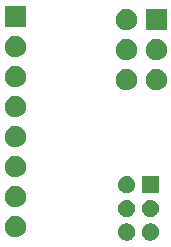
<source format=gbr>
G04 #@! TF.GenerationSoftware,KiCad,Pcbnew,(5.1.5-0-10_14)*
G04 #@! TF.CreationDate,2020-05-14T21:48:16+01:00*
G04 #@! TF.ProjectId,SnapICSP,536e6170-4943-4535-902e-6b696361645f,rev?*
G04 #@! TF.SameCoordinates,Original*
G04 #@! TF.FileFunction,Soldermask,Top*
G04 #@! TF.FilePolarity,Negative*
%FSLAX46Y46*%
G04 Gerber Fmt 4.6, Leading zero omitted, Abs format (unit mm)*
G04 Created by KiCad (PCBNEW (5.1.5-0-10_14)) date 2020-05-14 21:48:16*
%MOMM*%
%LPD*%
G04 APERTURE LIST*
%ADD10C,0.100000*%
G04 APERTURE END LIST*
D10*
G36*
X100541766Y36830101D02*
G01*
X100673888Y36775374D01*
X100673890Y36775373D01*
X100792798Y36695921D01*
X100893921Y36594798D01*
X100893922Y36594796D01*
X100973374Y36475888D01*
X101028101Y36343766D01*
X101056000Y36203506D01*
X101056000Y36060494D01*
X101028101Y35920234D01*
X101009839Y35876147D01*
X100973373Y35788110D01*
X100893921Y35669202D01*
X100792798Y35568079D01*
X100673890Y35488627D01*
X100673889Y35488626D01*
X100673888Y35488626D01*
X100541766Y35433899D01*
X100401506Y35406000D01*
X100258494Y35406000D01*
X100118234Y35433899D01*
X99986112Y35488626D01*
X99986111Y35488626D01*
X99986110Y35488627D01*
X99867202Y35568079D01*
X99766079Y35669202D01*
X99686627Y35788110D01*
X99650161Y35876147D01*
X99631899Y35920234D01*
X99604000Y36060494D01*
X99604000Y36203506D01*
X99631899Y36343766D01*
X99686626Y36475888D01*
X99766078Y36594796D01*
X99766079Y36594798D01*
X99867202Y36695921D01*
X99986110Y36775373D01*
X99986112Y36775374D01*
X100118234Y36830101D01*
X100258494Y36858000D01*
X100401506Y36858000D01*
X100541766Y36830101D01*
G37*
G36*
X98541766Y36830101D02*
G01*
X98673888Y36775374D01*
X98673890Y36775373D01*
X98792798Y36695921D01*
X98893921Y36594798D01*
X98893922Y36594796D01*
X98973374Y36475888D01*
X99028101Y36343766D01*
X99056000Y36203506D01*
X99056000Y36060494D01*
X99028101Y35920234D01*
X99009839Y35876147D01*
X98973373Y35788110D01*
X98893921Y35669202D01*
X98792798Y35568079D01*
X98673890Y35488627D01*
X98673889Y35488626D01*
X98673888Y35488626D01*
X98541766Y35433899D01*
X98401506Y35406000D01*
X98258494Y35406000D01*
X98118234Y35433899D01*
X97986112Y35488626D01*
X97986111Y35488626D01*
X97986110Y35488627D01*
X97867202Y35568079D01*
X97766079Y35669202D01*
X97686627Y35788110D01*
X97650161Y35876147D01*
X97631899Y35920234D01*
X97604000Y36060494D01*
X97604000Y36203506D01*
X97631899Y36343766D01*
X97686626Y36475888D01*
X97766078Y36594796D01*
X97766079Y36594798D01*
X97867202Y36695921D01*
X97986110Y36775373D01*
X97986112Y36775374D01*
X98118234Y36830101D01*
X98258494Y36858000D01*
X98401506Y36858000D01*
X98541766Y36830101D01*
G37*
G36*
X89013512Y37472073D02*
G01*
X89162812Y37442376D01*
X89326784Y37374456D01*
X89474354Y37275853D01*
X89599853Y37150354D01*
X89698456Y37002784D01*
X89766376Y36838812D01*
X89801000Y36664741D01*
X89801000Y36487259D01*
X89766376Y36313188D01*
X89698456Y36149216D01*
X89599853Y36001646D01*
X89474354Y35876147D01*
X89326784Y35777544D01*
X89162812Y35709624D01*
X89013512Y35679927D01*
X88988742Y35675000D01*
X88811258Y35675000D01*
X88786488Y35679927D01*
X88637188Y35709624D01*
X88473216Y35777544D01*
X88325646Y35876147D01*
X88200147Y36001646D01*
X88101544Y36149216D01*
X88033624Y36313188D01*
X87999000Y36487259D01*
X87999000Y36664741D01*
X88033624Y36838812D01*
X88101544Y37002784D01*
X88200147Y37150354D01*
X88325646Y37275853D01*
X88473216Y37374456D01*
X88637188Y37442376D01*
X88786488Y37472073D01*
X88811258Y37477000D01*
X88988742Y37477000D01*
X89013512Y37472073D01*
G37*
G36*
X100541766Y38830101D02*
G01*
X100673888Y38775374D01*
X100673890Y38775373D01*
X100792798Y38695921D01*
X100893921Y38594798D01*
X100893922Y38594796D01*
X100973374Y38475888D01*
X101028101Y38343766D01*
X101056000Y38203506D01*
X101056000Y38060494D01*
X101028101Y37920234D01*
X100973374Y37788112D01*
X100973373Y37788110D01*
X100893921Y37669202D01*
X100792798Y37568079D01*
X100673890Y37488627D01*
X100673889Y37488626D01*
X100673888Y37488626D01*
X100541766Y37433899D01*
X100401506Y37406000D01*
X100258494Y37406000D01*
X100118234Y37433899D01*
X99986112Y37488626D01*
X99986111Y37488626D01*
X99986110Y37488627D01*
X99867202Y37568079D01*
X99766079Y37669202D01*
X99686627Y37788110D01*
X99686626Y37788112D01*
X99631899Y37920234D01*
X99604000Y38060494D01*
X99604000Y38203506D01*
X99631899Y38343766D01*
X99686626Y38475888D01*
X99766078Y38594796D01*
X99766079Y38594798D01*
X99867202Y38695921D01*
X99986110Y38775373D01*
X99986112Y38775374D01*
X100118234Y38830101D01*
X100258494Y38858000D01*
X100401506Y38858000D01*
X100541766Y38830101D01*
G37*
G36*
X98541766Y38830101D02*
G01*
X98673888Y38775374D01*
X98673890Y38775373D01*
X98792798Y38695921D01*
X98893921Y38594798D01*
X98893922Y38594796D01*
X98973374Y38475888D01*
X99028101Y38343766D01*
X99056000Y38203506D01*
X99056000Y38060494D01*
X99028101Y37920234D01*
X98973374Y37788112D01*
X98973373Y37788110D01*
X98893921Y37669202D01*
X98792798Y37568079D01*
X98673890Y37488627D01*
X98673889Y37488626D01*
X98673888Y37488626D01*
X98541766Y37433899D01*
X98401506Y37406000D01*
X98258494Y37406000D01*
X98118234Y37433899D01*
X97986112Y37488626D01*
X97986111Y37488626D01*
X97986110Y37488627D01*
X97867202Y37568079D01*
X97766079Y37669202D01*
X97686627Y37788110D01*
X97686626Y37788112D01*
X97631899Y37920234D01*
X97604000Y38060494D01*
X97604000Y38203506D01*
X97631899Y38343766D01*
X97686626Y38475888D01*
X97766078Y38594796D01*
X97766079Y38594798D01*
X97867202Y38695921D01*
X97986110Y38775373D01*
X97986112Y38775374D01*
X98118234Y38830101D01*
X98258494Y38858000D01*
X98401506Y38858000D01*
X98541766Y38830101D01*
G37*
G36*
X89013512Y40012073D02*
G01*
X89162812Y39982376D01*
X89326784Y39914456D01*
X89474354Y39815853D01*
X89599853Y39690354D01*
X89698456Y39542784D01*
X89766376Y39378812D01*
X89801000Y39204741D01*
X89801000Y39027259D01*
X89766376Y38853188D01*
X89698456Y38689216D01*
X89599853Y38541646D01*
X89474354Y38416147D01*
X89326784Y38317544D01*
X89162812Y38249624D01*
X89013512Y38219927D01*
X88988742Y38215000D01*
X88811258Y38215000D01*
X88786488Y38219927D01*
X88637188Y38249624D01*
X88473216Y38317544D01*
X88325646Y38416147D01*
X88200147Y38541646D01*
X88101544Y38689216D01*
X88033624Y38853188D01*
X87999000Y39027259D01*
X87999000Y39204741D01*
X88033624Y39378812D01*
X88101544Y39542784D01*
X88200147Y39690354D01*
X88325646Y39815853D01*
X88473216Y39914456D01*
X88637188Y39982376D01*
X88786488Y40012073D01*
X88811258Y40017000D01*
X88988742Y40017000D01*
X89013512Y40012073D01*
G37*
G36*
X101056000Y39406000D02*
G01*
X99604000Y39406000D01*
X99604000Y40858000D01*
X101056000Y40858000D01*
X101056000Y39406000D01*
G37*
G36*
X98541766Y40830101D02*
G01*
X98673888Y40775374D01*
X98673890Y40775373D01*
X98792798Y40695921D01*
X98893921Y40594798D01*
X98893922Y40594796D01*
X98973374Y40475888D01*
X99028101Y40343766D01*
X99056000Y40203506D01*
X99056000Y40060494D01*
X99028101Y39920234D01*
X98984864Y39815852D01*
X98973373Y39788110D01*
X98893921Y39669202D01*
X98792798Y39568079D01*
X98673890Y39488627D01*
X98673889Y39488626D01*
X98673888Y39488626D01*
X98541766Y39433899D01*
X98401506Y39406000D01*
X98258494Y39406000D01*
X98118234Y39433899D01*
X97986112Y39488626D01*
X97986111Y39488626D01*
X97986110Y39488627D01*
X97867202Y39568079D01*
X97766079Y39669202D01*
X97686627Y39788110D01*
X97675136Y39815852D01*
X97631899Y39920234D01*
X97604000Y40060494D01*
X97604000Y40203506D01*
X97631899Y40343766D01*
X97686626Y40475888D01*
X97766078Y40594796D01*
X97766079Y40594798D01*
X97867202Y40695921D01*
X97986110Y40775373D01*
X97986112Y40775374D01*
X98118234Y40830101D01*
X98258494Y40858000D01*
X98401506Y40858000D01*
X98541766Y40830101D01*
G37*
G36*
X89013512Y42552073D02*
G01*
X89162812Y42522376D01*
X89326784Y42454456D01*
X89474354Y42355853D01*
X89599853Y42230354D01*
X89698456Y42082784D01*
X89766376Y41918812D01*
X89801000Y41744741D01*
X89801000Y41567259D01*
X89766376Y41393188D01*
X89698456Y41229216D01*
X89599853Y41081646D01*
X89474354Y40956147D01*
X89326784Y40857544D01*
X89162812Y40789624D01*
X89013512Y40759927D01*
X88988742Y40755000D01*
X88811258Y40755000D01*
X88786488Y40759927D01*
X88637188Y40789624D01*
X88473216Y40857544D01*
X88325646Y40956147D01*
X88200147Y41081646D01*
X88101544Y41229216D01*
X88033624Y41393188D01*
X87999000Y41567259D01*
X87999000Y41744741D01*
X88033624Y41918812D01*
X88101544Y42082784D01*
X88200147Y42230354D01*
X88325646Y42355853D01*
X88473216Y42454456D01*
X88637188Y42522376D01*
X88786488Y42552073D01*
X88811258Y42557000D01*
X88988742Y42557000D01*
X89013512Y42552073D01*
G37*
G36*
X89013512Y45092073D02*
G01*
X89162812Y45062376D01*
X89326784Y44994456D01*
X89474354Y44895853D01*
X89599853Y44770354D01*
X89698456Y44622784D01*
X89766376Y44458812D01*
X89801000Y44284741D01*
X89801000Y44107259D01*
X89766376Y43933188D01*
X89698456Y43769216D01*
X89599853Y43621646D01*
X89474354Y43496147D01*
X89326784Y43397544D01*
X89162812Y43329624D01*
X89013512Y43299927D01*
X88988742Y43295000D01*
X88811258Y43295000D01*
X88786488Y43299927D01*
X88637188Y43329624D01*
X88473216Y43397544D01*
X88325646Y43496147D01*
X88200147Y43621646D01*
X88101544Y43769216D01*
X88033624Y43933188D01*
X87999000Y44107259D01*
X87999000Y44284741D01*
X88033624Y44458812D01*
X88101544Y44622784D01*
X88200147Y44770354D01*
X88325646Y44895853D01*
X88473216Y44994456D01*
X88637188Y45062376D01*
X88786488Y45092073D01*
X88811258Y45097000D01*
X88988742Y45097000D01*
X89013512Y45092073D01*
G37*
G36*
X89013512Y47632073D02*
G01*
X89162812Y47602376D01*
X89326784Y47534456D01*
X89474354Y47435853D01*
X89599853Y47310354D01*
X89698456Y47162784D01*
X89766376Y46998812D01*
X89801000Y46824741D01*
X89801000Y46647259D01*
X89766376Y46473188D01*
X89698456Y46309216D01*
X89599853Y46161646D01*
X89474354Y46036147D01*
X89326784Y45937544D01*
X89162812Y45869624D01*
X89013512Y45839927D01*
X88988742Y45835000D01*
X88811258Y45835000D01*
X88786488Y45839927D01*
X88637188Y45869624D01*
X88473216Y45937544D01*
X88325646Y46036147D01*
X88200147Y46161646D01*
X88101544Y46309216D01*
X88033624Y46473188D01*
X87999000Y46647259D01*
X87999000Y46824741D01*
X88033624Y46998812D01*
X88101544Y47162784D01*
X88200147Y47310354D01*
X88325646Y47435853D01*
X88473216Y47534456D01*
X88637188Y47602376D01*
X88786488Y47632073D01*
X88811258Y47637000D01*
X88988742Y47637000D01*
X89013512Y47632073D01*
G37*
G36*
X98411512Y49918073D02*
G01*
X98560812Y49888376D01*
X98724784Y49820456D01*
X98872354Y49721853D01*
X98997853Y49596354D01*
X99096456Y49448784D01*
X99164376Y49284812D01*
X99199000Y49110741D01*
X99199000Y48933259D01*
X99164376Y48759188D01*
X99096456Y48595216D01*
X98997853Y48447646D01*
X98872354Y48322147D01*
X98724784Y48223544D01*
X98560812Y48155624D01*
X98411512Y48125927D01*
X98386742Y48121000D01*
X98209258Y48121000D01*
X98184488Y48125927D01*
X98035188Y48155624D01*
X97871216Y48223544D01*
X97723646Y48322147D01*
X97598147Y48447646D01*
X97499544Y48595216D01*
X97431624Y48759188D01*
X97397000Y48933259D01*
X97397000Y49110741D01*
X97431624Y49284812D01*
X97499544Y49448784D01*
X97598147Y49596354D01*
X97723646Y49721853D01*
X97871216Y49820456D01*
X98035188Y49888376D01*
X98184488Y49918073D01*
X98209258Y49923000D01*
X98386742Y49923000D01*
X98411512Y49918073D01*
G37*
G36*
X100951512Y49918073D02*
G01*
X101100812Y49888376D01*
X101264784Y49820456D01*
X101412354Y49721853D01*
X101537853Y49596354D01*
X101636456Y49448784D01*
X101704376Y49284812D01*
X101739000Y49110741D01*
X101739000Y48933259D01*
X101704376Y48759188D01*
X101636456Y48595216D01*
X101537853Y48447646D01*
X101412354Y48322147D01*
X101264784Y48223544D01*
X101100812Y48155624D01*
X100951512Y48125927D01*
X100926742Y48121000D01*
X100749258Y48121000D01*
X100724488Y48125927D01*
X100575188Y48155624D01*
X100411216Y48223544D01*
X100263646Y48322147D01*
X100138147Y48447646D01*
X100039544Y48595216D01*
X99971624Y48759188D01*
X99937000Y48933259D01*
X99937000Y49110741D01*
X99971624Y49284812D01*
X100039544Y49448784D01*
X100138147Y49596354D01*
X100263646Y49721853D01*
X100411216Y49820456D01*
X100575188Y49888376D01*
X100724488Y49918073D01*
X100749258Y49923000D01*
X100926742Y49923000D01*
X100951512Y49918073D01*
G37*
G36*
X89013512Y50172073D02*
G01*
X89162812Y50142376D01*
X89326784Y50074456D01*
X89474354Y49975853D01*
X89599853Y49850354D01*
X89698456Y49702784D01*
X89766376Y49538812D01*
X89801000Y49364741D01*
X89801000Y49187259D01*
X89766376Y49013188D01*
X89698456Y48849216D01*
X89599853Y48701646D01*
X89474354Y48576147D01*
X89326784Y48477544D01*
X89162812Y48409624D01*
X89013512Y48379927D01*
X88988742Y48375000D01*
X88811258Y48375000D01*
X88786488Y48379927D01*
X88637188Y48409624D01*
X88473216Y48477544D01*
X88325646Y48576147D01*
X88200147Y48701646D01*
X88101544Y48849216D01*
X88033624Y49013188D01*
X87999000Y49187259D01*
X87999000Y49364741D01*
X88033624Y49538812D01*
X88101544Y49702784D01*
X88200147Y49850354D01*
X88325646Y49975853D01*
X88473216Y50074456D01*
X88637188Y50142376D01*
X88786488Y50172073D01*
X88811258Y50177000D01*
X88988742Y50177000D01*
X89013512Y50172073D01*
G37*
G36*
X98411512Y52458073D02*
G01*
X98560812Y52428376D01*
X98724784Y52360456D01*
X98872354Y52261853D01*
X98997853Y52136354D01*
X99096456Y51988784D01*
X99164376Y51824812D01*
X99199000Y51650741D01*
X99199000Y51473259D01*
X99164376Y51299188D01*
X99096456Y51135216D01*
X98997853Y50987646D01*
X98872354Y50862147D01*
X98724784Y50763544D01*
X98560812Y50695624D01*
X98411512Y50665927D01*
X98386742Y50661000D01*
X98209258Y50661000D01*
X98184488Y50665927D01*
X98035188Y50695624D01*
X97871216Y50763544D01*
X97723646Y50862147D01*
X97598147Y50987646D01*
X97499544Y51135216D01*
X97431624Y51299188D01*
X97397000Y51473259D01*
X97397000Y51650741D01*
X97431624Y51824812D01*
X97499544Y51988784D01*
X97598147Y52136354D01*
X97723646Y52261853D01*
X97871216Y52360456D01*
X98035188Y52428376D01*
X98184488Y52458073D01*
X98209258Y52463000D01*
X98386742Y52463000D01*
X98411512Y52458073D01*
G37*
G36*
X100951512Y52458073D02*
G01*
X101100812Y52428376D01*
X101264784Y52360456D01*
X101412354Y52261853D01*
X101537853Y52136354D01*
X101636456Y51988784D01*
X101704376Y51824812D01*
X101739000Y51650741D01*
X101739000Y51473259D01*
X101704376Y51299188D01*
X101636456Y51135216D01*
X101537853Y50987646D01*
X101412354Y50862147D01*
X101264784Y50763544D01*
X101100812Y50695624D01*
X100951512Y50665927D01*
X100926742Y50661000D01*
X100749258Y50661000D01*
X100724488Y50665927D01*
X100575188Y50695624D01*
X100411216Y50763544D01*
X100263646Y50862147D01*
X100138147Y50987646D01*
X100039544Y51135216D01*
X99971624Y51299188D01*
X99937000Y51473259D01*
X99937000Y51650741D01*
X99971624Y51824812D01*
X100039544Y51988784D01*
X100138147Y52136354D01*
X100263646Y52261853D01*
X100411216Y52360456D01*
X100575188Y52428376D01*
X100724488Y52458073D01*
X100749258Y52463000D01*
X100926742Y52463000D01*
X100951512Y52458073D01*
G37*
G36*
X89013512Y52712073D02*
G01*
X89162812Y52682376D01*
X89326784Y52614456D01*
X89474354Y52515853D01*
X89599853Y52390354D01*
X89698456Y52242784D01*
X89766376Y52078812D01*
X89801000Y51904741D01*
X89801000Y51727259D01*
X89766376Y51553188D01*
X89698456Y51389216D01*
X89599853Y51241646D01*
X89474354Y51116147D01*
X89326784Y51017544D01*
X89162812Y50949624D01*
X89013512Y50919927D01*
X88988742Y50915000D01*
X88811258Y50915000D01*
X88786488Y50919927D01*
X88637188Y50949624D01*
X88473216Y51017544D01*
X88325646Y51116147D01*
X88200147Y51241646D01*
X88101544Y51389216D01*
X88033624Y51553188D01*
X87999000Y51727259D01*
X87999000Y51904741D01*
X88033624Y52078812D01*
X88101544Y52242784D01*
X88200147Y52390354D01*
X88325646Y52515853D01*
X88473216Y52614456D01*
X88637188Y52682376D01*
X88786488Y52712073D01*
X88811258Y52717000D01*
X88988742Y52717000D01*
X89013512Y52712073D01*
G37*
G36*
X98411512Y54998073D02*
G01*
X98560812Y54968376D01*
X98724784Y54900456D01*
X98872354Y54801853D01*
X98997853Y54676354D01*
X99096456Y54528784D01*
X99164376Y54364812D01*
X99199000Y54190741D01*
X99199000Y54013259D01*
X99164376Y53839188D01*
X99096456Y53675216D01*
X98997853Y53527646D01*
X98872354Y53402147D01*
X98724784Y53303544D01*
X98560812Y53235624D01*
X98411512Y53205927D01*
X98386742Y53201000D01*
X98209258Y53201000D01*
X98184488Y53205927D01*
X98035188Y53235624D01*
X97871216Y53303544D01*
X97723646Y53402147D01*
X97598147Y53527646D01*
X97499544Y53675216D01*
X97431624Y53839188D01*
X97397000Y54013259D01*
X97397000Y54190741D01*
X97431624Y54364812D01*
X97499544Y54528784D01*
X97598147Y54676354D01*
X97723646Y54801853D01*
X97871216Y54900456D01*
X98035188Y54968376D01*
X98184488Y54998073D01*
X98209258Y55003000D01*
X98386742Y55003000D01*
X98411512Y54998073D01*
G37*
G36*
X101739000Y53201000D02*
G01*
X99937000Y53201000D01*
X99937000Y55003000D01*
X101739000Y55003000D01*
X101739000Y53201000D01*
G37*
G36*
X89801000Y53455000D02*
G01*
X87999000Y53455000D01*
X87999000Y55257000D01*
X89801000Y55257000D01*
X89801000Y53455000D01*
G37*
M02*

</source>
